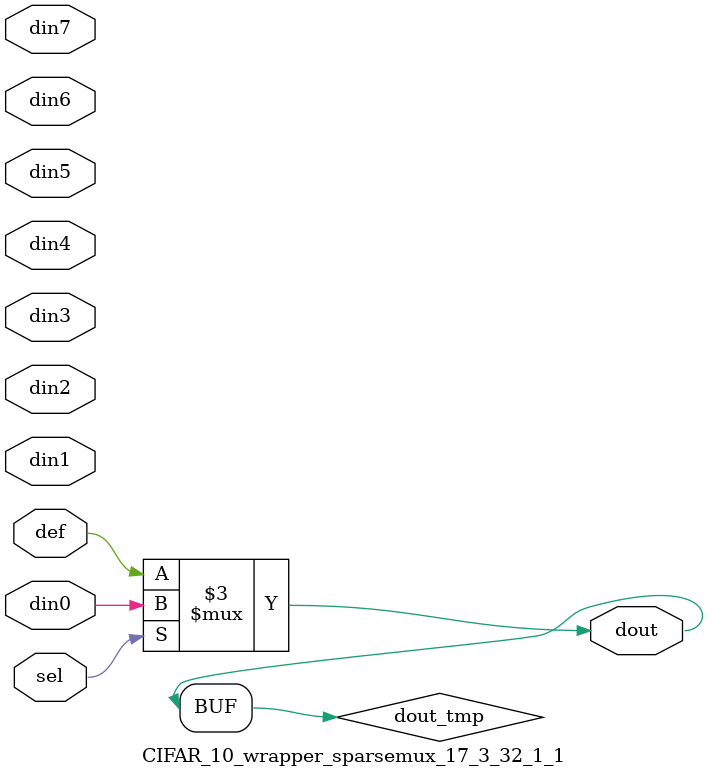
<source format=v>
`timescale 1ns / 1ps

module CIFAR_10_wrapper_sparsemux_17_3_32_1_1 (din0,din1,din2,din3,din4,din5,din6,din7,def,sel,dout);

parameter din0_WIDTH = 1;

parameter din1_WIDTH = 1;

parameter din2_WIDTH = 1;

parameter din3_WIDTH = 1;

parameter din4_WIDTH = 1;

parameter din5_WIDTH = 1;

parameter din6_WIDTH = 1;

parameter din7_WIDTH = 1;

parameter def_WIDTH = 1;
parameter sel_WIDTH = 1;
parameter dout_WIDTH = 1;

parameter [sel_WIDTH-1:0] CASE0 = 1;

parameter [sel_WIDTH-1:0] CASE1 = 1;

parameter [sel_WIDTH-1:0] CASE2 = 1;

parameter [sel_WIDTH-1:0] CASE3 = 1;

parameter [sel_WIDTH-1:0] CASE4 = 1;

parameter [sel_WIDTH-1:0] CASE5 = 1;

parameter [sel_WIDTH-1:0] CASE6 = 1;

parameter [sel_WIDTH-1:0] CASE7 = 1;

parameter ID = 1;
parameter NUM_STAGE = 1;



input [din0_WIDTH-1:0] din0;

input [din1_WIDTH-1:0] din1;

input [din2_WIDTH-1:0] din2;

input [din3_WIDTH-1:0] din3;

input [din4_WIDTH-1:0] din4;

input [din5_WIDTH-1:0] din5;

input [din6_WIDTH-1:0] din6;

input [din7_WIDTH-1:0] din7;

input [def_WIDTH-1:0] def;
input [sel_WIDTH-1:0] sel;

output [dout_WIDTH-1:0] dout;



reg [dout_WIDTH-1:0] dout_tmp;

always @ (*) begin
case (sel)
    
    CASE0 : dout_tmp = din0;
    
    CASE1 : dout_tmp = din1;
    
    CASE2 : dout_tmp = din2;
    
    CASE3 : dout_tmp = din3;
    
    CASE4 : dout_tmp = din4;
    
    CASE5 : dout_tmp = din5;
    
    CASE6 : dout_tmp = din6;
    
    CASE7 : dout_tmp = din7;
    
    default : dout_tmp = def;
endcase
end


assign dout = dout_tmp;



endmodule

</source>
